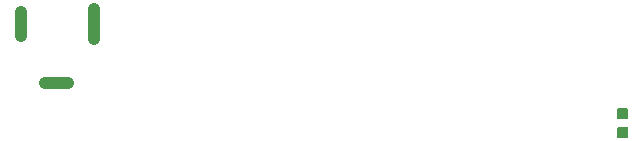
<source format=gbp>
G04*
G04 #@! TF.GenerationSoftware,Altium Limited,Altium Designer,21.0.8 (223)*
G04*
G04 Layer_Color=128*
%FSLAX24Y24*%
%MOIN*%
G70*
G04*
G04 #@! TF.SameCoordinates,11726A0C-8756-45C8-9DEF-AB95AD2673E8*
G04*
G04*
G04 #@! TF.FilePolarity,Positive*
G04*
G01*
G75*
%ADD17C,0.0394*%
%ADD34R,0.0340X0.0318*%
G36*
X23557Y5014D02*
X23468D01*
Y4864D01*
X23338D01*
Y5014D01*
X23243D01*
X23223Y4994D01*
X23223Y4683D01*
X23243Y4663D01*
X23557D01*
X23577Y4683D01*
Y4994D01*
X23557Y5014D01*
D02*
G37*
G36*
X23577Y5624D02*
X23577Y5309D01*
X23557Y5289D01*
X23468Y5289D01*
Y5435D01*
X23338D01*
X23338Y5289D01*
X23243D01*
X23223Y5309D01*
X23223Y5624D01*
X23243Y5644D01*
X23557D01*
X23577Y5624D01*
D02*
G37*
D17*
X5791Y7952D02*
Y8936D01*
X4137Y6475D02*
X4925D01*
X3350Y8050D02*
Y8837D01*
D34*
X23400Y4857D02*
D03*
Y5450D02*
D03*
M02*

</source>
